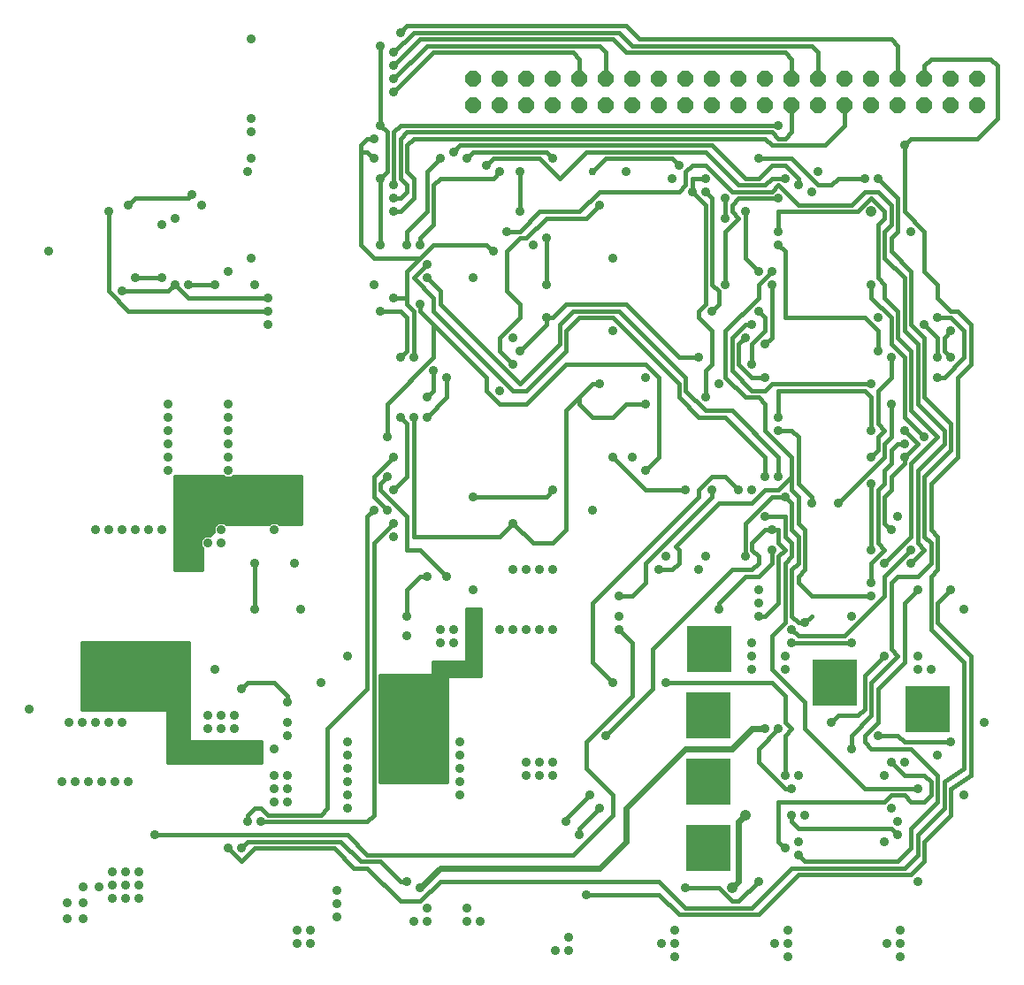
<source format=gbl>
G75*
%MOIN*%
%OFA0B0*%
%FSLAX25Y25*%
%IPPOS*%
%LPD*%
%AMOC8*
5,1,8,0,0,1.08239X$1,22.5*
%
%ADD10OC8,0.06000*%
%ADD11R,0.16800X0.17600*%
%ADD12C,0.03500*%
%ADD13C,0.03543*%
%ADD14C,0.01600*%
%ADD15C,0.02969*%
%ADD16C,0.04134*%
%ADD17C,0.02400*%
D10*
X0181800Y0391800D03*
X0181800Y0401800D03*
X0191800Y0401800D03*
X0191800Y0391800D03*
X0201800Y0391800D03*
X0211800Y0391800D03*
X0211800Y0401800D03*
X0201800Y0401800D03*
X0221800Y0401800D03*
X0231800Y0401800D03*
X0231800Y0391800D03*
X0221800Y0391800D03*
X0241800Y0391800D03*
X0241800Y0401800D03*
X0251800Y0401800D03*
X0261800Y0401800D03*
X0261800Y0391800D03*
X0251800Y0391800D03*
X0271800Y0391800D03*
X0271800Y0401800D03*
X0281800Y0401800D03*
X0291800Y0401800D03*
X0291800Y0391800D03*
X0281800Y0391800D03*
X0301800Y0391800D03*
X0301800Y0401800D03*
X0311800Y0401800D03*
X0321800Y0401800D03*
X0321800Y0391800D03*
X0311800Y0391800D03*
X0331800Y0391800D03*
X0341800Y0391800D03*
X0341800Y0401800D03*
X0331800Y0401800D03*
X0351800Y0401800D03*
X0351800Y0391800D03*
X0361800Y0391800D03*
X0371800Y0391800D03*
X0371800Y0401800D03*
X0361800Y0401800D03*
D11*
X0270600Y0186800D03*
X0270500Y0161800D03*
X0270500Y0136800D03*
X0270500Y0111800D03*
X0353100Y0164300D03*
X0318100Y0174300D03*
D12*
X0316800Y0174300D03*
X0311800Y0174300D03*
X0311800Y0169300D03*
X0316800Y0169300D03*
X0321800Y0169300D03*
X0321800Y0174300D03*
X0321800Y0179300D03*
X0316800Y0179300D03*
X0311800Y0179300D03*
X0346800Y0169300D03*
X0346800Y0164300D03*
X0346800Y0159300D03*
X0351800Y0159300D03*
X0351800Y0164300D03*
X0351800Y0169300D03*
X0356800Y0169300D03*
X0356800Y0164300D03*
X0356800Y0159300D03*
X0276800Y0156800D03*
X0276800Y0161800D03*
X0271800Y0161800D03*
X0271800Y0156800D03*
X0266800Y0156800D03*
X0266800Y0161800D03*
X0266800Y0166800D03*
X0271800Y0166800D03*
X0276800Y0166800D03*
X0274300Y0181800D03*
X0269300Y0181800D03*
X0269300Y0186800D03*
X0274300Y0186800D03*
X0274300Y0191800D03*
X0269300Y0191800D03*
X0264300Y0191800D03*
X0264300Y0186800D03*
X0264300Y0181800D03*
X0266800Y0141800D03*
X0266800Y0136800D03*
X0266800Y0131800D03*
X0271800Y0131800D03*
X0271800Y0136800D03*
X0271800Y0141800D03*
X0276800Y0141800D03*
X0276800Y0136800D03*
X0276800Y0131800D03*
X0276800Y0116800D03*
X0276800Y0111800D03*
X0276800Y0106800D03*
X0271800Y0106800D03*
X0271800Y0111800D03*
X0271800Y0116800D03*
X0266800Y0116800D03*
X0266800Y0111800D03*
X0266800Y0106800D03*
D13*
X0115300Y0075800D03*
X0115300Y0080800D03*
X0120300Y0080800D03*
X0120300Y0075800D03*
X0130300Y0085800D03*
X0130300Y0090800D03*
X0130300Y0095800D03*
X0156800Y0099300D03*
X0161800Y0096800D03*
X0164300Y0089300D03*
X0164300Y0084300D03*
X0159300Y0084300D03*
X0179300Y0084300D03*
X0179300Y0089300D03*
X0184300Y0084300D03*
X0212800Y0073300D03*
X0217800Y0073300D03*
X0217800Y0078300D03*
X0224300Y0094300D03*
X0221800Y0116800D03*
X0216800Y0121800D03*
X0229300Y0126800D03*
X0225800Y0131800D03*
X0211800Y0139300D03*
X0211800Y0144300D03*
X0206800Y0144300D03*
X0201800Y0144300D03*
X0201800Y0139300D03*
X0206800Y0139300D03*
X0231800Y0154300D03*
X0234300Y0174300D03*
X0254300Y0174300D03*
X0236800Y0194300D03*
X0236800Y0199300D03*
X0236800Y0206800D03*
X0251800Y0216800D03*
X0254300Y0221800D03*
X0266800Y0216800D03*
X0269300Y0221800D03*
X0284300Y0221800D03*
X0294300Y0224300D03*
X0294300Y0231800D03*
X0291800Y0236800D03*
X0299300Y0244300D03*
X0296800Y0251800D03*
X0291800Y0251800D03*
X0286800Y0246800D03*
X0281800Y0246800D03*
X0271800Y0246800D03*
X0261800Y0246800D03*
X0246800Y0254300D03*
X0241800Y0259300D03*
X0234300Y0259300D03*
X0246800Y0279300D03*
X0246800Y0289300D03*
X0229300Y0286800D03*
X0234300Y0306800D03*
X0209300Y0311800D03*
X0209300Y0324300D03*
X0204300Y0339300D03*
X0209300Y0341800D03*
X0199300Y0351800D03*
X0194300Y0344300D03*
X0189300Y0336800D03*
X0181800Y0326800D03*
X0164300Y0326800D03*
X0164300Y0331800D03*
X0161800Y0339300D03*
X0156800Y0339300D03*
X0146800Y0339300D03*
X0151800Y0351800D03*
X0151800Y0356800D03*
X0151800Y0361800D03*
X0146800Y0364300D03*
X0144300Y0371800D03*
X0144300Y0379300D03*
X0146800Y0384300D03*
X0151800Y0396800D03*
X0151800Y0401800D03*
X0151800Y0406800D03*
X0151800Y0411800D03*
X0146800Y0414300D03*
X0154300Y0419300D03*
X0098050Y0416800D03*
X0098050Y0386800D03*
X0098050Y0381800D03*
X0098050Y0371800D03*
X0096800Y0366800D03*
X0079300Y0354300D03*
X0075550Y0358050D03*
X0069300Y0349300D03*
X0064300Y0346800D03*
X0051800Y0354300D03*
X0044300Y0351800D03*
X0021800Y0336800D03*
X0049300Y0321800D03*
X0054300Y0326800D03*
X0064300Y0326800D03*
X0069300Y0324300D03*
X0074300Y0324300D03*
X0084300Y0324300D03*
X0089300Y0329300D03*
X0098050Y0334300D03*
X0099300Y0324300D03*
X0104300Y0319300D03*
X0104300Y0314300D03*
X0104300Y0309300D03*
X0144300Y0324300D03*
X0151800Y0319300D03*
X0146800Y0314300D03*
X0161800Y0316800D03*
X0159300Y0296800D03*
X0154300Y0296800D03*
X0166800Y0291800D03*
X0171800Y0289300D03*
X0164300Y0281800D03*
X0164300Y0274300D03*
X0159300Y0274300D03*
X0154300Y0274300D03*
X0149300Y0266800D03*
X0151800Y0259300D03*
X0149300Y0251800D03*
X0151800Y0246800D03*
X0149300Y0239300D03*
X0144300Y0239300D03*
X0151800Y0234300D03*
X0151800Y0229300D03*
X0164300Y0214300D03*
X0171800Y0214300D03*
X0181800Y0209300D03*
X0181800Y0199300D03*
X0181800Y0194300D03*
X0181800Y0189300D03*
X0181800Y0184300D03*
X0174300Y0189300D03*
X0174300Y0194300D03*
X0169300Y0194300D03*
X0169300Y0189300D03*
X0156800Y0191800D03*
X0156800Y0199300D03*
X0134300Y0184300D03*
X0124300Y0174300D03*
X0111800Y0166800D03*
X0111800Y0159300D03*
X0111800Y0154300D03*
X0106800Y0149300D03*
X0099300Y0145550D03*
X0096800Y0149300D03*
X0094300Y0145550D03*
X0091800Y0149300D03*
X0091800Y0156800D03*
X0091800Y0161800D03*
X0086800Y0161800D03*
X0086800Y0156800D03*
X0081800Y0156800D03*
X0081800Y0161800D03*
X0069300Y0169300D03*
X0064300Y0169300D03*
X0059300Y0169300D03*
X0049300Y0159300D03*
X0044300Y0159300D03*
X0039300Y0159300D03*
X0034300Y0159300D03*
X0029300Y0159300D03*
X0014300Y0164300D03*
X0026800Y0136800D03*
X0031800Y0136800D03*
X0036800Y0136800D03*
X0041800Y0136800D03*
X0046800Y0136800D03*
X0051800Y0136800D03*
X0061800Y0116800D03*
X0055800Y0102800D03*
X0055800Y0097800D03*
X0055800Y0092800D03*
X0050800Y0092800D03*
X0050800Y0097800D03*
X0050800Y0102800D03*
X0045800Y0102800D03*
X0045800Y0097800D03*
X0045800Y0092800D03*
X0040800Y0097300D03*
X0034800Y0097300D03*
X0034800Y0091300D03*
X0034800Y0085300D03*
X0028800Y0085300D03*
X0028800Y0091300D03*
X0089300Y0111800D03*
X0094300Y0111800D03*
X0096800Y0121800D03*
X0101800Y0121800D03*
X0106800Y0129300D03*
X0106800Y0134300D03*
X0106800Y0139300D03*
X0111800Y0139300D03*
X0111800Y0134300D03*
X0111800Y0129300D03*
X0134300Y0126800D03*
X0134300Y0131800D03*
X0134300Y0136800D03*
X0134300Y0141800D03*
X0134300Y0146800D03*
X0134300Y0151800D03*
X0151800Y0161800D03*
X0151800Y0166800D03*
X0151800Y0171800D03*
X0166800Y0171800D03*
X0166800Y0166800D03*
X0166800Y0161800D03*
X0176800Y0151800D03*
X0176800Y0146800D03*
X0176800Y0141800D03*
X0176800Y0136800D03*
X0176800Y0131800D03*
X0181800Y0179300D03*
X0191800Y0194300D03*
X0196800Y0194300D03*
X0201800Y0194300D03*
X0206800Y0194300D03*
X0211800Y0194300D03*
X0211800Y0216800D03*
X0206800Y0216800D03*
X0201800Y0216800D03*
X0196800Y0216800D03*
X0196800Y0234300D03*
X0181800Y0244300D03*
X0211800Y0246800D03*
X0226800Y0239300D03*
X0274300Y0201800D03*
X0289300Y0199300D03*
X0289300Y0204300D03*
X0289300Y0209300D03*
X0301800Y0194300D03*
X0301800Y0189300D03*
X0299300Y0184300D03*
X0299300Y0179300D03*
X0286800Y0179300D03*
X0286800Y0184300D03*
X0286800Y0189300D03*
X0306800Y0196800D03*
X0324300Y0199300D03*
X0324300Y0189300D03*
X0336800Y0184300D03*
X0349300Y0184300D03*
X0349300Y0179300D03*
X0354300Y0179300D03*
X0374300Y0159300D03*
X0361800Y0151800D03*
X0356800Y0146800D03*
X0344300Y0144300D03*
X0339300Y0144300D03*
X0336800Y0139300D03*
X0349300Y0134300D03*
X0339300Y0126800D03*
X0341800Y0121800D03*
X0341800Y0116800D03*
X0336800Y0114300D03*
X0349300Y0099300D03*
X0342800Y0080800D03*
X0342800Y0075800D03*
X0342800Y0070800D03*
X0337800Y0075800D03*
X0300300Y0075800D03*
X0300300Y0070800D03*
X0295300Y0075800D03*
X0300300Y0080800D03*
X0289300Y0099300D03*
X0304300Y0109300D03*
X0299300Y0111800D03*
X0304300Y0114300D03*
X0301800Y0124300D03*
X0306800Y0124300D03*
X0301800Y0134300D03*
X0299300Y0139300D03*
X0304300Y0139300D03*
X0296800Y0156800D03*
X0291800Y0156800D03*
X0316800Y0159300D03*
X0324300Y0149300D03*
X0334300Y0154300D03*
X0366800Y0131800D03*
X0366800Y0201800D03*
X0361800Y0209300D03*
X0349300Y0209300D03*
X0346800Y0219300D03*
X0346800Y0224300D03*
X0339300Y0231800D03*
X0341800Y0236800D03*
X0331800Y0224300D03*
X0336800Y0219300D03*
X0331800Y0211800D03*
X0331800Y0206800D03*
X0319300Y0241800D03*
X0309300Y0241800D03*
X0331800Y0249300D03*
X0331800Y0259300D03*
X0331800Y0269300D03*
X0339300Y0279300D03*
X0331800Y0286800D03*
X0339300Y0296800D03*
X0334300Y0299300D03*
X0334300Y0311800D03*
X0331800Y0324300D03*
X0351800Y0309300D03*
X0356800Y0311800D03*
X0361800Y0306800D03*
X0361800Y0296800D03*
X0356800Y0296800D03*
X0356800Y0289300D03*
X0344300Y0269300D03*
X0344300Y0264300D03*
X0344300Y0259300D03*
X0351800Y0266800D03*
X0296800Y0269300D03*
X0296800Y0274300D03*
X0291800Y0289300D03*
X0286800Y0294300D03*
X0291800Y0301800D03*
X0284300Y0304300D03*
X0286800Y0309300D03*
X0289300Y0314300D03*
X0294300Y0324300D03*
X0294300Y0329300D03*
X0289300Y0329300D03*
X0296800Y0339300D03*
X0296800Y0344300D03*
X0284300Y0351800D03*
X0276800Y0349300D03*
X0276800Y0356800D03*
X0269300Y0359300D03*
X0264300Y0359300D03*
X0269300Y0364300D03*
X0259300Y0369300D03*
X0256800Y0364300D03*
X0239300Y0366800D03*
X0229300Y0354300D03*
X0234300Y0334300D03*
X0271800Y0314300D03*
X0276800Y0324300D03*
X0266800Y0296800D03*
X0274300Y0286800D03*
X0269300Y0281800D03*
X0199300Y0299300D03*
X0196800Y0294300D03*
X0196800Y0304300D03*
X0191800Y0284300D03*
X0109300Y0246800D03*
X0104300Y0246800D03*
X0104300Y0239300D03*
X0109300Y0239300D03*
X0106800Y0231800D03*
X0099300Y0219300D03*
X0086800Y0226800D03*
X0086800Y0231800D03*
X0081800Y0226800D03*
X0074300Y0226800D03*
X0070550Y0224300D03*
X0074300Y0221800D03*
X0070550Y0219300D03*
X0064300Y0231800D03*
X0059300Y0231800D03*
X0054300Y0231800D03*
X0049300Y0231800D03*
X0044300Y0231800D03*
X0039300Y0231800D03*
X0066800Y0254300D03*
X0066800Y0259300D03*
X0066800Y0264300D03*
X0066800Y0269300D03*
X0066800Y0274300D03*
X0066800Y0279300D03*
X0089300Y0279300D03*
X0089300Y0274300D03*
X0089300Y0269300D03*
X0089300Y0264300D03*
X0089300Y0259300D03*
X0089300Y0254300D03*
X0096800Y0249300D03*
X0096800Y0244300D03*
X0114300Y0219300D03*
X0116800Y0201800D03*
X0099300Y0201800D03*
X0069300Y0184300D03*
X0064300Y0184300D03*
X0059300Y0184300D03*
X0084300Y0179300D03*
X0094300Y0171800D03*
X0252800Y0075800D03*
X0257800Y0075800D03*
X0257800Y0070800D03*
X0257800Y0080800D03*
X0261800Y0096800D03*
X0346800Y0344300D03*
X0334300Y0364300D03*
X0329300Y0364300D03*
X0311800Y0366800D03*
X0309300Y0359300D03*
X0304300Y0361800D03*
X0299300Y0364300D03*
X0289300Y0371800D03*
X0296800Y0384300D03*
X0296800Y0356800D03*
X0344300Y0376800D03*
X0211800Y0371800D03*
X0199300Y0366800D03*
X0191800Y0366800D03*
X0186800Y0369300D03*
X0179300Y0371800D03*
X0174300Y0374300D03*
X0169300Y0371800D03*
D14*
X0164300Y0366800D01*
X0164300Y0351800D01*
X0156800Y0344300D01*
X0156800Y0339300D01*
X0161800Y0339300D02*
X0161800Y0341800D01*
X0166800Y0346800D01*
X0166800Y0361800D01*
X0169300Y0364300D01*
X0189300Y0364300D01*
X0191800Y0366800D01*
X0189300Y0371800D02*
X0206800Y0371800D01*
X0214300Y0364300D01*
X0224300Y0374300D01*
X0269300Y0374300D01*
X0281800Y0361800D01*
X0291800Y0361800D01*
X0294300Y0364300D01*
X0299300Y0364300D01*
X0296800Y0361800D02*
X0294300Y0359300D01*
X0279300Y0359300D01*
X0269300Y0369300D01*
X0264300Y0369300D01*
X0261800Y0366800D01*
X0261800Y0361800D01*
X0259300Y0359300D01*
X0229300Y0359300D01*
X0221800Y0351800D01*
X0206800Y0351800D01*
X0199300Y0344300D01*
X0194300Y0344300D01*
X0199300Y0341800D02*
X0194300Y0336800D01*
X0194300Y0321800D01*
X0199300Y0316800D01*
X0199300Y0311800D01*
X0191800Y0304300D01*
X0191800Y0299300D01*
X0196800Y0294300D01*
X0199300Y0299300D02*
X0209300Y0309300D01*
X0209300Y0311800D01*
X0211800Y0311800D01*
X0216800Y0316800D01*
X0239300Y0316800D01*
X0259300Y0296800D01*
X0266800Y0296800D01*
X0269300Y0291800D02*
X0269300Y0281800D01*
X0269300Y0276800D02*
X0261800Y0284300D01*
X0261800Y0289300D01*
X0236800Y0314300D01*
X0219300Y0314300D01*
X0214300Y0309300D01*
X0214300Y0301800D01*
X0199300Y0286800D01*
X0169300Y0316800D01*
X0169300Y0321800D01*
X0164300Y0326800D01*
X0159300Y0326800D02*
X0166800Y0319300D01*
X0166800Y0314300D01*
X0196800Y0284300D01*
X0201800Y0284300D01*
X0216800Y0299300D01*
X0216800Y0306800D01*
X0221800Y0311800D01*
X0234300Y0311800D01*
X0259300Y0286800D01*
X0259300Y0281800D01*
X0266800Y0274300D01*
X0276800Y0274300D01*
X0291800Y0259300D01*
X0291800Y0251800D01*
X0291800Y0246800D02*
X0296800Y0246800D01*
X0301800Y0251800D01*
X0301800Y0246800D01*
X0304300Y0244300D01*
X0304300Y0234300D01*
X0306800Y0231800D01*
X0306800Y0216800D01*
X0304300Y0214300D01*
X0304300Y0211800D01*
X0309300Y0206800D01*
X0331800Y0206800D01*
X0331800Y0211800D02*
X0331800Y0219300D01*
X0336800Y0224300D01*
X0334300Y0226800D01*
X0334300Y0246800D01*
X0336800Y0249300D01*
X0336800Y0254300D01*
X0338050Y0255550D01*
X0339300Y0256800D01*
X0339300Y0261800D01*
X0341800Y0264300D01*
X0344300Y0264300D01*
X0344300Y0259300D02*
X0344300Y0256800D01*
X0339300Y0251800D01*
X0339300Y0246800D01*
X0336800Y0244300D01*
X0336800Y0234300D01*
X0339300Y0231800D01*
X0346800Y0229300D02*
X0346800Y0256800D01*
X0356800Y0266800D01*
X0346800Y0276800D01*
X0346800Y0299300D01*
X0341800Y0304300D01*
X0341800Y0314300D01*
X0336800Y0319300D01*
X0336800Y0324300D01*
X0334300Y0326800D01*
X0334300Y0346800D01*
X0336800Y0349300D01*
X0336800Y0351800D01*
X0331800Y0356800D01*
X0326800Y0351800D01*
X0296800Y0351800D01*
X0296800Y0344300D01*
X0296800Y0339300D02*
X0299300Y0336800D01*
X0299300Y0311800D01*
X0329300Y0311800D01*
X0334300Y0306800D01*
X0334300Y0299300D01*
X0339300Y0296800D02*
X0339300Y0289300D01*
X0334300Y0284300D01*
X0334300Y0271800D01*
X0336800Y0269300D01*
X0334300Y0266800D01*
X0334300Y0261800D01*
X0331800Y0259300D01*
X0336800Y0259300D02*
X0336800Y0264300D01*
X0339300Y0266800D01*
X0339300Y0279300D01*
X0344300Y0274300D02*
X0351800Y0266800D01*
X0349300Y0264300D02*
X0344300Y0259300D01*
X0349300Y0264300D02*
X0344300Y0269300D01*
X0344300Y0274300D02*
X0344300Y0296800D01*
X0339300Y0301800D01*
X0339300Y0311800D01*
X0331800Y0319300D01*
X0331800Y0324300D01*
X0336800Y0334300D02*
X0344300Y0326800D01*
X0344300Y0306800D01*
X0349300Y0301800D01*
X0349300Y0279300D01*
X0359300Y0269300D01*
X0359300Y0264300D01*
X0349300Y0254300D01*
X0349300Y0226800D01*
X0351800Y0224300D01*
X0346800Y0219300D01*
X0346800Y0224300D02*
X0336800Y0214300D01*
X0336800Y0206800D01*
X0321800Y0191800D01*
X0304300Y0191800D01*
X0301800Y0194300D01*
X0304300Y0196800D02*
X0306800Y0196800D01*
X0309300Y0199300D01*
X0304300Y0196800D02*
X0301800Y0199300D01*
X0301800Y0216800D01*
X0304300Y0219300D01*
X0304300Y0229300D01*
X0301800Y0231800D01*
X0301800Y0241800D01*
X0299300Y0244300D01*
X0294300Y0244300D01*
X0284300Y0234300D01*
X0284300Y0221800D01*
X0286800Y0224300D02*
X0286800Y0226800D01*
X0291800Y0231800D01*
X0294300Y0231800D01*
X0296800Y0231800D01*
X0296800Y0226800D01*
X0299300Y0224300D01*
X0296800Y0221800D01*
X0296800Y0204300D01*
X0291800Y0199300D01*
X0289300Y0199300D01*
X0294300Y0191800D02*
X0299300Y0196800D01*
X0299300Y0219300D01*
X0301800Y0221800D01*
X0301800Y0226800D01*
X0299300Y0229300D01*
X0299300Y0236800D01*
X0291800Y0236800D01*
X0286800Y0241800D02*
X0291800Y0246800D01*
X0286800Y0241800D02*
X0274300Y0241800D01*
X0258050Y0225550D01*
X0259300Y0224300D01*
X0259300Y0219300D01*
X0256800Y0216800D01*
X0251800Y0216800D01*
X0246800Y0219300D02*
X0246800Y0211800D01*
X0241800Y0206800D01*
X0236800Y0206800D01*
X0226800Y0204300D02*
X0266800Y0244300D01*
X0266800Y0246800D01*
X0271800Y0251800D01*
X0276800Y0251800D01*
X0281800Y0246800D01*
X0271800Y0246800D02*
X0271800Y0244300D01*
X0246800Y0219300D01*
X0226800Y0204300D02*
X0226800Y0181800D01*
X0234300Y0174300D01*
X0241800Y0169300D02*
X0241800Y0189300D01*
X0236800Y0194300D01*
X0249300Y0186800D02*
X0279300Y0216800D01*
X0286800Y0216800D01*
X0289300Y0219300D01*
X0289300Y0221800D01*
X0286800Y0224300D01*
X0294300Y0224300D02*
X0294300Y0219300D01*
X0289300Y0214300D01*
X0284300Y0214300D01*
X0274300Y0204300D01*
X0274300Y0201800D01*
X0294300Y0191800D02*
X0294300Y0179300D01*
X0306800Y0166800D01*
X0306800Y0156800D01*
X0329300Y0134300D01*
X0349300Y0134300D01*
X0354300Y0131800D02*
X0351800Y0129300D01*
X0346800Y0129300D01*
X0344300Y0131800D01*
X0339300Y0131800D01*
X0336800Y0129300D01*
X0296800Y0129300D01*
X0296800Y0114300D01*
X0299300Y0111800D01*
X0304300Y0109300D02*
X0306800Y0106800D01*
X0341800Y0106800D01*
X0346800Y0111800D01*
X0346800Y0119300D01*
X0356800Y0129300D01*
X0356800Y0139300D01*
X0346800Y0149300D01*
X0331800Y0149300D01*
X0329300Y0151800D01*
X0329300Y0154300D01*
X0334300Y0159300D01*
X0334300Y0171800D01*
X0344300Y0181800D01*
X0344300Y0204300D01*
X0349300Y0209300D01*
X0349300Y0214300D02*
X0341800Y0214300D01*
X0339300Y0211800D01*
X0339300Y0186800D01*
X0341800Y0184300D01*
X0331800Y0174300D01*
X0331800Y0161800D01*
X0324300Y0154300D01*
X0324300Y0149300D01*
X0334300Y0154300D02*
X0341800Y0154300D01*
X0344300Y0151800D01*
X0361800Y0151800D01*
X0366800Y0141800D02*
X0366800Y0181800D01*
X0354300Y0194300D01*
X0354300Y0214300D01*
X0356800Y0216800D01*
X0356800Y0229300D01*
X0354300Y0231800D01*
X0354300Y0249300D01*
X0364300Y0259300D01*
X0364300Y0289300D01*
X0369300Y0294300D01*
X0369300Y0309300D01*
X0364300Y0314300D01*
X0361800Y0314300D01*
X0356800Y0319300D01*
X0356800Y0324300D01*
X0351800Y0329300D01*
X0351800Y0344300D01*
X0344300Y0351800D01*
X0344300Y0376800D01*
X0346800Y0379300D01*
X0371800Y0379300D01*
X0379300Y0386800D01*
X0379300Y0406800D01*
X0376800Y0409300D01*
X0354300Y0409300D01*
X0351800Y0406800D01*
X0351800Y0401800D01*
X0341800Y0401800D02*
X0341800Y0414300D01*
X0339300Y0416800D01*
X0244300Y0416800D01*
X0239300Y0421800D01*
X0156800Y0421800D01*
X0154300Y0419300D01*
X0159300Y0419300D02*
X0151800Y0411800D01*
X0151800Y0406800D02*
X0161800Y0416800D01*
X0234300Y0416800D01*
X0239300Y0411800D01*
X0299300Y0411800D01*
X0301800Y0409300D01*
X0301800Y0401800D01*
X0301800Y0391800D02*
X0301800Y0381800D01*
X0299300Y0379300D01*
X0296800Y0379300D01*
X0294300Y0381800D01*
X0156800Y0381800D01*
X0154300Y0379300D01*
X0154300Y0364300D01*
X0156800Y0361800D01*
X0156800Y0359300D01*
X0154300Y0356800D01*
X0151800Y0356800D01*
X0151800Y0351800D02*
X0154300Y0351800D01*
X0159300Y0356800D01*
X0159300Y0364300D01*
X0156800Y0366800D01*
X0156800Y0376800D01*
X0159300Y0379300D01*
X0291800Y0379300D01*
X0294300Y0376800D01*
X0314300Y0376800D01*
X0321800Y0384300D01*
X0321800Y0391800D01*
X0311800Y0401800D02*
X0311800Y0411800D01*
X0309300Y0414300D01*
X0241800Y0414300D01*
X0236800Y0419300D01*
X0159300Y0419300D01*
X0164300Y0414300D02*
X0151800Y0401800D01*
X0151800Y0396800D02*
X0166800Y0411800D01*
X0219300Y0411800D01*
X0221800Y0409300D01*
X0221800Y0401800D01*
X0231800Y0401800D02*
X0231800Y0411800D01*
X0229300Y0414300D01*
X0164300Y0414300D01*
X0146800Y0414300D02*
X0146800Y0384300D01*
X0149300Y0381800D01*
X0149300Y0366800D01*
X0146800Y0364300D01*
X0146800Y0339300D01*
X0144300Y0334300D02*
X0161800Y0334300D01*
X0166800Y0339300D01*
X0186800Y0339300D01*
X0189300Y0336800D01*
X0199300Y0341800D02*
X0201800Y0341800D01*
X0209300Y0349300D01*
X0224300Y0349300D01*
X0229300Y0354300D01*
X0226800Y0366800D02*
X0231800Y0371800D01*
X0256800Y0371800D01*
X0259300Y0369300D01*
X0264300Y0364300D02*
X0269300Y0364300D01*
X0264300Y0364300D02*
X0264300Y0359300D01*
X0269300Y0354300D01*
X0269300Y0316800D01*
X0266800Y0314300D01*
X0266800Y0311800D01*
X0271800Y0306800D01*
X0271800Y0294300D01*
X0269300Y0291800D01*
X0276800Y0289300D02*
X0284300Y0281800D01*
X0289300Y0281800D01*
X0291800Y0279300D01*
X0291800Y0269300D01*
X0301800Y0259300D01*
X0301800Y0251800D01*
X0304300Y0249300D02*
X0309300Y0244300D01*
X0309300Y0241800D01*
X0304300Y0249300D02*
X0304300Y0266800D01*
X0301800Y0269300D01*
X0296800Y0269300D01*
X0296800Y0274300D02*
X0296800Y0284300D01*
X0329300Y0284300D01*
X0331800Y0281800D01*
X0331800Y0269300D01*
X0336800Y0259300D02*
X0319300Y0241800D01*
X0331800Y0249300D02*
X0331800Y0224300D01*
X0336800Y0219300D02*
X0346800Y0229300D01*
X0351800Y0229300D02*
X0354300Y0226800D01*
X0354300Y0219300D01*
X0349300Y0214300D01*
X0356800Y0204300D02*
X0356800Y0196800D01*
X0369300Y0184300D01*
X0369300Y0139300D01*
X0361800Y0134300D01*
X0361800Y0124300D01*
X0351800Y0114300D01*
X0351800Y0106800D01*
X0346800Y0101800D01*
X0304300Y0101800D01*
X0289300Y0086800D01*
X0259300Y0086800D01*
X0251800Y0094300D01*
X0224300Y0094300D01*
X0219300Y0109300D02*
X0234300Y0124300D01*
X0234300Y0131800D01*
X0224300Y0141800D01*
X0224300Y0151800D01*
X0241800Y0169300D01*
X0249300Y0171800D02*
X0249300Y0186800D01*
X0254300Y0174300D02*
X0294300Y0174300D01*
X0299300Y0169300D01*
X0299300Y0159300D01*
X0301800Y0156800D01*
X0299300Y0154300D01*
X0299300Y0139300D01*
X0299300Y0134300D02*
X0289300Y0144300D01*
X0289300Y0149300D01*
X0296800Y0156800D01*
X0316800Y0159300D02*
X0319300Y0161800D01*
X0326800Y0161800D01*
X0329300Y0164300D01*
X0329300Y0176800D01*
X0336800Y0184300D01*
X0324300Y0189300D02*
X0301800Y0189300D01*
X0249300Y0171800D02*
X0231800Y0154300D01*
X0225800Y0131800D02*
X0216800Y0122800D01*
X0216800Y0121800D01*
X0221800Y0119300D02*
X0221800Y0116800D01*
X0221800Y0119300D02*
X0229300Y0126800D01*
X0219300Y0109300D02*
X0141800Y0109300D01*
X0134300Y0116800D01*
X0061800Y0116800D01*
X0089300Y0111800D02*
X0094300Y0106800D01*
X0099300Y0111800D01*
X0129300Y0111800D01*
X0136800Y0104300D01*
X0141800Y0104300D01*
X0154300Y0091800D01*
X0161800Y0091800D01*
X0169300Y0099300D01*
X0251800Y0099300D01*
X0261800Y0089300D01*
X0286800Y0089300D01*
X0301800Y0104300D01*
X0344300Y0104300D01*
X0349300Y0109300D01*
X0349300Y0116800D01*
X0359300Y0126800D01*
X0359300Y0136800D01*
X0366800Y0141800D01*
X0354300Y0136800D02*
X0354300Y0131800D01*
X0354300Y0136800D02*
X0351800Y0139300D01*
X0344300Y0139300D01*
X0339300Y0144300D01*
X0339300Y0119300D02*
X0341800Y0116800D01*
X0339300Y0119300D02*
X0304300Y0119300D01*
X0301800Y0121800D01*
X0301800Y0124300D01*
X0301800Y0134300D02*
X0299300Y0134300D01*
X0289300Y0099300D02*
X0281800Y0091800D01*
X0279300Y0091800D01*
X0274300Y0096800D01*
X0261800Y0096800D01*
X0171800Y0136800D02*
X0146800Y0136800D01*
X0146800Y0176800D01*
X0166800Y0176800D01*
X0166800Y0181800D01*
X0179300Y0181800D01*
X0179300Y0201800D01*
X0184300Y0201800D01*
X0184300Y0176800D01*
X0171800Y0176800D01*
X0171800Y0136800D01*
X0171800Y0138073D02*
X0146800Y0138073D01*
X0146800Y0139672D02*
X0171800Y0139672D01*
X0171800Y0141270D02*
X0146800Y0141270D01*
X0146800Y0142869D02*
X0171800Y0142869D01*
X0171800Y0144467D02*
X0146800Y0144467D01*
X0146800Y0146066D02*
X0171800Y0146066D01*
X0171800Y0147664D02*
X0146800Y0147664D01*
X0146800Y0149263D02*
X0171800Y0149263D01*
X0171800Y0150861D02*
X0146800Y0150861D01*
X0146800Y0152460D02*
X0171800Y0152460D01*
X0171800Y0154058D02*
X0146800Y0154058D01*
X0146800Y0155657D02*
X0171800Y0155657D01*
X0171800Y0157255D02*
X0146800Y0157255D01*
X0146800Y0158854D02*
X0171800Y0158854D01*
X0171800Y0160452D02*
X0146800Y0160452D01*
X0146800Y0162051D02*
X0171800Y0162051D01*
X0171800Y0163649D02*
X0146800Y0163649D01*
X0146800Y0165248D02*
X0171800Y0165248D01*
X0171800Y0166846D02*
X0146800Y0166846D01*
X0146800Y0168445D02*
X0171800Y0168445D01*
X0171800Y0170043D02*
X0146800Y0170043D01*
X0146800Y0171642D02*
X0171800Y0171642D01*
X0171800Y0173240D02*
X0146800Y0173240D01*
X0146800Y0174839D02*
X0171800Y0174839D01*
X0171800Y0176437D02*
X0146800Y0176437D01*
X0141800Y0171800D02*
X0141800Y0236800D01*
X0144300Y0239300D01*
X0144300Y0244300D02*
X0144300Y0251800D01*
X0151800Y0259300D01*
X0149300Y0266800D02*
X0149300Y0279300D01*
X0166800Y0296800D01*
X0166800Y0309300D01*
X0161800Y0314300D01*
X0161800Y0316800D01*
X0159300Y0314300D02*
X0159300Y0296800D01*
X0156800Y0299300D02*
X0154300Y0296800D01*
X0156800Y0299300D02*
X0156800Y0311800D01*
X0154300Y0314300D01*
X0146800Y0314300D01*
X0151800Y0319300D02*
X0156800Y0319300D01*
X0156800Y0316800D01*
X0159300Y0314300D01*
X0156800Y0319300D02*
X0156800Y0329300D01*
X0161800Y0334300D01*
X0164300Y0331800D02*
X0159300Y0326800D01*
X0144300Y0334300D02*
X0139300Y0339300D01*
X0139300Y0374300D01*
X0141800Y0374300D01*
X0144300Y0371800D01*
X0139300Y0374300D02*
X0139300Y0376800D01*
X0141800Y0379300D01*
X0144300Y0379300D01*
X0151800Y0381800D02*
X0154300Y0384300D01*
X0296800Y0384300D01*
X0301800Y0371800D02*
X0289300Y0371800D01*
X0294300Y0369300D02*
X0289300Y0364300D01*
X0284300Y0364300D01*
X0271800Y0376800D01*
X0176800Y0376800D01*
X0174300Y0374300D01*
X0179300Y0371800D02*
X0181800Y0374300D01*
X0209300Y0374300D01*
X0211800Y0371800D01*
X0199300Y0366800D02*
X0199300Y0351800D01*
X0209300Y0341800D02*
X0209300Y0324300D01*
X0216800Y0294300D02*
X0201800Y0279300D01*
X0191800Y0279300D01*
X0186800Y0284300D01*
X0186800Y0289300D01*
X0166800Y0309300D01*
X0166800Y0291800D02*
X0166800Y0284300D01*
X0164300Y0281800D01*
X0171800Y0281800D02*
X0164300Y0274300D01*
X0159300Y0274300D02*
X0159300Y0229300D01*
X0191800Y0229300D01*
X0196800Y0234300D01*
X0204300Y0226800D01*
X0211800Y0226800D01*
X0216800Y0231800D01*
X0216800Y0276800D01*
X0221800Y0281800D01*
X0226800Y0286800D01*
X0229300Y0286800D01*
X0221800Y0281800D02*
X0221800Y0279300D01*
X0226800Y0274300D01*
X0234300Y0274300D01*
X0239300Y0279300D01*
X0246800Y0279300D01*
X0251800Y0289300D02*
X0246800Y0294300D01*
X0216800Y0294300D01*
X0251800Y0289300D02*
X0251800Y0259300D01*
X0246800Y0254300D01*
X0246800Y0246800D02*
X0234300Y0259300D01*
X0246800Y0246800D02*
X0261800Y0246800D01*
X0279300Y0276800D02*
X0296800Y0259300D01*
X0296800Y0251800D01*
X0279300Y0276800D02*
X0269300Y0276800D01*
X0276800Y0289300D02*
X0276800Y0306800D01*
X0289300Y0319300D01*
X0289300Y0324300D01*
X0294300Y0329300D01*
X0289300Y0329300D02*
X0284300Y0334300D01*
X0284300Y0351800D01*
X0281800Y0349300D02*
X0276800Y0344300D01*
X0276800Y0324300D01*
X0274300Y0321800D02*
X0274300Y0316800D01*
X0271800Y0314300D01*
X0274300Y0321800D02*
X0271800Y0324300D01*
X0271800Y0356800D01*
X0269300Y0359300D01*
X0276800Y0356800D02*
X0276800Y0349300D01*
X0279300Y0351800D02*
X0281800Y0349300D01*
X0279300Y0351800D02*
X0279300Y0354300D01*
X0281800Y0356800D01*
X0296800Y0356800D01*
X0296800Y0361800D02*
X0304300Y0354300D01*
X0324300Y0354300D01*
X0329300Y0359300D01*
X0334300Y0359300D01*
X0339300Y0354300D01*
X0339300Y0346800D01*
X0336800Y0344300D01*
X0336800Y0334300D01*
X0339300Y0336800D02*
X0346800Y0329300D01*
X0346800Y0309300D01*
X0351800Y0304300D01*
X0351800Y0281800D01*
X0361800Y0271800D01*
X0361800Y0261800D01*
X0351800Y0251800D01*
X0351800Y0229300D01*
X0361800Y0209300D02*
X0356800Y0204300D01*
X0291800Y0284300D02*
X0286800Y0284300D01*
X0279300Y0291800D01*
X0279300Y0304300D01*
X0284300Y0309300D01*
X0286800Y0309300D01*
X0284300Y0304300D02*
X0281800Y0301800D01*
X0281800Y0294300D01*
X0286800Y0289300D01*
X0291800Y0289300D01*
X0294300Y0286800D02*
X0291800Y0284300D01*
X0294300Y0286800D02*
X0331800Y0286800D01*
X0356800Y0289300D02*
X0359300Y0289300D01*
X0366800Y0296800D01*
X0366800Y0306800D01*
X0361800Y0311800D01*
X0356800Y0311800D01*
X0351800Y0309300D02*
X0356800Y0304300D01*
X0356800Y0296800D01*
X0359300Y0299300D02*
X0359300Y0304300D01*
X0361800Y0306800D01*
X0359300Y0299300D02*
X0361800Y0296800D01*
X0339300Y0336800D02*
X0339300Y0341800D01*
X0341800Y0344300D01*
X0341800Y0356800D01*
X0334300Y0364300D01*
X0329300Y0364300D02*
X0319300Y0364300D01*
X0316800Y0361800D01*
X0311800Y0361800D01*
X0301800Y0371800D01*
X0299300Y0369300D02*
X0304300Y0364300D01*
X0304300Y0361800D01*
X0299300Y0369300D02*
X0294300Y0369300D01*
X0294300Y0324300D02*
X0294300Y0304300D01*
X0291800Y0301800D01*
X0286800Y0301800D02*
X0286800Y0294300D01*
X0286800Y0301800D02*
X0291800Y0306800D01*
X0291800Y0311800D01*
X0289300Y0314300D01*
X0211800Y0246800D02*
X0209300Y0244300D01*
X0181800Y0244300D01*
X0156800Y0236800D02*
X0156800Y0224300D01*
X0161800Y0224300D01*
X0171800Y0214300D01*
X0164300Y0214300D02*
X0161800Y0214300D01*
X0156800Y0209300D01*
X0156800Y0199300D01*
X0166800Y0181233D02*
X0184300Y0181233D01*
X0184300Y0179634D02*
X0166800Y0179634D01*
X0166800Y0178036D02*
X0184300Y0178036D01*
X0184300Y0182832D02*
X0179300Y0182832D01*
X0179300Y0184430D02*
X0184300Y0184430D01*
X0184300Y0186029D02*
X0179300Y0186029D01*
X0179300Y0187627D02*
X0184300Y0187627D01*
X0184300Y0189226D02*
X0179300Y0189226D01*
X0179300Y0190824D02*
X0184300Y0190824D01*
X0184300Y0192423D02*
X0179300Y0192423D01*
X0179300Y0194021D02*
X0184300Y0194021D01*
X0184300Y0195620D02*
X0179300Y0195620D01*
X0179300Y0197218D02*
X0184300Y0197218D01*
X0184300Y0198817D02*
X0179300Y0198817D01*
X0179300Y0200415D02*
X0184300Y0200415D01*
X0151800Y0234300D02*
X0144300Y0226800D01*
X0144300Y0124300D01*
X0141800Y0121800D01*
X0101800Y0121800D01*
X0104300Y0124300D02*
X0101800Y0126800D01*
X0099300Y0126800D01*
X0096800Y0124300D01*
X0096800Y0121800D01*
X0096800Y0114300D02*
X0131800Y0114300D01*
X0139300Y0106800D01*
X0146800Y0106800D01*
X0154300Y0099300D01*
X0156800Y0099300D01*
X0126800Y0126800D02*
X0124300Y0124300D01*
X0104300Y0124300D01*
X0096800Y0114300D02*
X0094300Y0111800D01*
X0126800Y0126800D02*
X0126800Y0156800D01*
X0141800Y0171800D01*
X0111800Y0169300D02*
X0111800Y0166800D01*
X0111800Y0169300D02*
X0106800Y0174300D01*
X0096800Y0174300D01*
X0094300Y0171800D01*
X0074300Y0171642D02*
X0034300Y0171642D01*
X0034300Y0173240D02*
X0074300Y0173240D01*
X0074300Y0174839D02*
X0034300Y0174839D01*
X0034300Y0176437D02*
X0074300Y0176437D01*
X0074300Y0178036D02*
X0034300Y0178036D01*
X0034300Y0179634D02*
X0074300Y0179634D01*
X0074300Y0181233D02*
X0034300Y0181233D01*
X0034300Y0182832D02*
X0074300Y0182832D01*
X0074300Y0184430D02*
X0034300Y0184430D01*
X0034300Y0186029D02*
X0074300Y0186029D01*
X0074300Y0187627D02*
X0034300Y0187627D01*
X0034300Y0189226D02*
X0074300Y0189226D01*
X0074300Y0189300D02*
X0074300Y0151800D01*
X0101800Y0151800D01*
X0101800Y0144300D01*
X0066800Y0144300D01*
X0066800Y0164300D01*
X0034300Y0164300D01*
X0034300Y0189300D01*
X0074300Y0189300D01*
X0099300Y0201800D02*
X0099300Y0219300D01*
X0104815Y0234300D02*
X0088785Y0234300D01*
X0088597Y0234489D01*
X0087431Y0234972D01*
X0086169Y0234972D01*
X0085003Y0234489D01*
X0084111Y0233597D01*
X0083628Y0232431D01*
X0083628Y0231169D01*
X0083640Y0231140D01*
X0082460Y0229960D01*
X0082431Y0229972D01*
X0081169Y0229972D01*
X0080003Y0229489D01*
X0079111Y0228597D01*
X0078628Y0227431D01*
X0078628Y0226169D01*
X0079111Y0225003D01*
X0079300Y0224815D01*
X0079300Y0216800D01*
X0069300Y0216800D01*
X0069300Y0251800D01*
X0087315Y0251800D01*
X0087503Y0251611D01*
X0088669Y0251128D01*
X0089931Y0251128D01*
X0091097Y0251611D01*
X0091285Y0251800D01*
X0116800Y0251800D01*
X0116800Y0234300D01*
X0108785Y0234300D01*
X0108597Y0234489D01*
X0107431Y0234972D01*
X0106169Y0234972D01*
X0105003Y0234489D01*
X0104815Y0234300D01*
X0116800Y0235582D02*
X0069300Y0235582D01*
X0069300Y0233984D02*
X0084498Y0233984D01*
X0083628Y0232385D02*
X0069300Y0232385D01*
X0069300Y0230787D02*
X0083287Y0230787D01*
X0079703Y0229188D02*
X0069300Y0229188D01*
X0069300Y0227590D02*
X0078694Y0227590D01*
X0078702Y0225991D02*
X0069300Y0225991D01*
X0069300Y0224393D02*
X0079300Y0224393D01*
X0079300Y0222794D02*
X0069300Y0222794D01*
X0069300Y0221196D02*
X0079300Y0221196D01*
X0079300Y0219597D02*
X0069300Y0219597D01*
X0069300Y0217999D02*
X0079300Y0217999D01*
X0069300Y0237181D02*
X0116800Y0237181D01*
X0116800Y0238779D02*
X0069300Y0238779D01*
X0069300Y0240378D02*
X0116800Y0240378D01*
X0116800Y0241976D02*
X0069300Y0241976D01*
X0069300Y0243575D02*
X0116800Y0243575D01*
X0116800Y0245173D02*
X0069300Y0245173D01*
X0069300Y0246772D02*
X0116800Y0246772D01*
X0116800Y0248370D02*
X0069300Y0248370D01*
X0069300Y0249969D02*
X0116800Y0249969D01*
X0116800Y0251568D02*
X0090991Y0251568D01*
X0087609Y0251568D02*
X0069300Y0251568D01*
X0144300Y0244300D02*
X0149300Y0239300D01*
X0156800Y0236800D02*
X0146800Y0246800D01*
X0146800Y0249300D01*
X0149300Y0251800D01*
X0151800Y0246800D02*
X0156800Y0251800D01*
X0156800Y0271800D01*
X0154300Y0274300D01*
X0171800Y0281800D02*
X0171800Y0289300D01*
X0104300Y0314300D02*
X0051800Y0314300D01*
X0044300Y0321800D01*
X0044300Y0351800D01*
X0051800Y0354300D02*
X0054300Y0356800D01*
X0074300Y0356800D01*
X0075550Y0358050D01*
X0064300Y0326800D02*
X0054300Y0326800D01*
X0049300Y0321800D02*
X0066800Y0321800D01*
X0069300Y0324300D01*
X0074300Y0319300D01*
X0104300Y0319300D01*
X0084300Y0324300D02*
X0074300Y0324300D01*
X0151800Y0361800D02*
X0151800Y0381800D01*
X0186800Y0369300D02*
X0189300Y0371800D01*
X0074300Y0170043D02*
X0034300Y0170043D01*
X0034300Y0168445D02*
X0074300Y0168445D01*
X0074300Y0166846D02*
X0034300Y0166846D01*
X0034300Y0165248D02*
X0074300Y0165248D01*
X0074300Y0163649D02*
X0066800Y0163649D01*
X0066800Y0162051D02*
X0074300Y0162051D01*
X0074300Y0160452D02*
X0066800Y0160452D01*
X0066800Y0158854D02*
X0074300Y0158854D01*
X0074300Y0157255D02*
X0066800Y0157255D01*
X0066800Y0155657D02*
X0074300Y0155657D01*
X0074300Y0154058D02*
X0066800Y0154058D01*
X0066800Y0152460D02*
X0074300Y0152460D01*
X0066800Y0150861D02*
X0101800Y0150861D01*
X0101800Y0149263D02*
X0066800Y0149263D01*
X0066800Y0147664D02*
X0101800Y0147664D01*
X0101800Y0146066D02*
X0066800Y0146066D01*
X0066800Y0144467D02*
X0101800Y0144467D01*
D15*
X0226800Y0366800D03*
D16*
X0331800Y0351800D03*
X0284300Y0124300D03*
X0279300Y0096800D03*
D17*
X0281800Y0099300D01*
X0281800Y0121800D01*
X0284300Y0124300D01*
X0279300Y0149300D02*
X0261800Y0149300D01*
X0239300Y0126800D01*
X0239300Y0114300D01*
X0229300Y0104300D01*
X0169300Y0104300D01*
X0161800Y0096800D01*
X0279300Y0149300D02*
X0286800Y0156800D01*
X0291800Y0156800D01*
M02*

</source>
